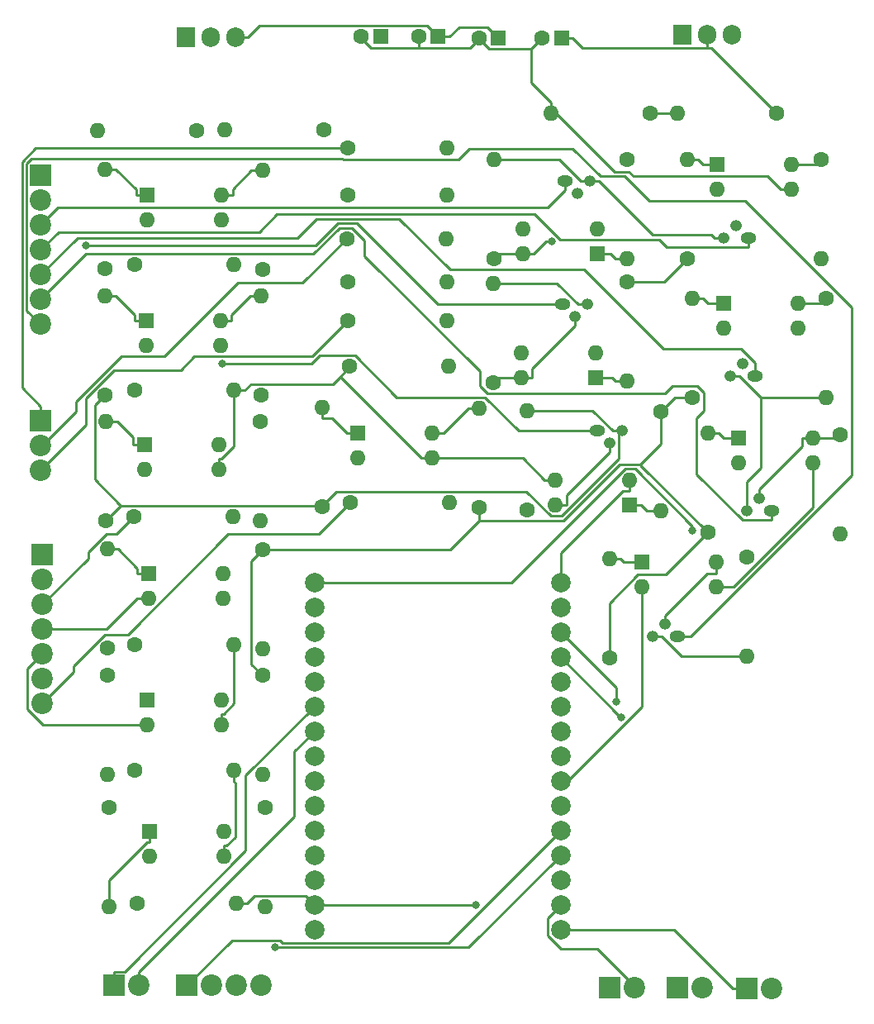
<source format=gbl>
G04 #@! TF.GenerationSoftware,KiCad,Pcbnew,7.0.5*
G04 #@! TF.CreationDate,2023-07-13T15:49:32+01:00*
G04 #@! TF.ProjectId,PCB,5043422e-6b69-4636-9164-5f7063625858,rev?*
G04 #@! TF.SameCoordinates,Original*
G04 #@! TF.FileFunction,Copper,L2,Bot*
G04 #@! TF.FilePolarity,Positive*
%FSLAX46Y46*%
G04 Gerber Fmt 4.6, Leading zero omitted, Abs format (unit mm)*
G04 Created by KiCad (PCBNEW 7.0.5) date 2023-07-13 15:49:32*
%MOMM*%
%LPD*%
G01*
G04 APERTURE LIST*
G04 #@! TA.AperFunction,ComponentPad*
%ADD10C,2.000000*%
G04 #@! TD*
G04 #@! TA.AperFunction,ComponentPad*
%ADD11C,1.600000*%
G04 #@! TD*
G04 #@! TA.AperFunction,ComponentPad*
%ADD12O,1.600000X1.600000*%
G04 #@! TD*
G04 #@! TA.AperFunction,ComponentPad*
%ADD13R,1.600000X1.600000*%
G04 #@! TD*
G04 #@! TA.AperFunction,ComponentPad*
%ADD14O,1.600000X1.200000*%
G04 #@! TD*
G04 #@! TA.AperFunction,ComponentPad*
%ADD15O,1.200000X1.200000*%
G04 #@! TD*
G04 #@! TA.AperFunction,ComponentPad*
%ADD16R,1.905000X2.000000*%
G04 #@! TD*
G04 #@! TA.AperFunction,ComponentPad*
%ADD17O,1.905000X2.000000*%
G04 #@! TD*
G04 #@! TA.AperFunction,ComponentPad*
%ADD18R,2.200000X2.200000*%
G04 #@! TD*
G04 #@! TA.AperFunction,ComponentPad*
%ADD19C,2.200000*%
G04 #@! TD*
G04 #@! TA.AperFunction,ViaPad*
%ADD20C,0.800000*%
G04 #@! TD*
G04 #@! TA.AperFunction,Conductor*
%ADD21C,0.250000*%
G04 #@! TD*
G04 APERTURE END LIST*
D10*
G04 #@! TO.P,U9,1,EN*
G04 #@! TO.N,Net-(J5-Pin_2)*
X108452000Y-109560450D03*
G04 #@! TO.P,U9,2,GPIO36*
G04 #@! TO.N,Net-(U9-GPIO36)*
X108452000Y-112100450D03*
G04 #@! TO.P,U9,3,GPIO39*
G04 #@! TO.N,Net-(U9-GPIO39)*
X108452000Y-114640450D03*
G04 #@! TO.P,U9,4,GPIO34*
G04 #@! TO.N,Net-(U9-GPIO34)*
X108452000Y-117180450D03*
G04 #@! TO.P,U9,5,GPIO35*
G04 #@! TO.N,Net-(U9-GPIO35)*
X108452000Y-119720450D03*
G04 #@! TO.P,U9,6,GPIO32*
G04 #@! TO.N,Net-(J1-Pin_1)*
X108452000Y-122260450D03*
G04 #@! TO.P,U9,7,GPIO33*
G04 #@! TO.N,Net-(J1-Pin_2)*
X108452000Y-124800450D03*
G04 #@! TO.P,U9,8,GPIO25*
G04 #@! TO.N,Net-(U9-GPIO25)*
X108452000Y-127340450D03*
G04 #@! TO.P,U9,9,GPIO26*
G04 #@! TO.N,Net-(U9-GPIO26)*
X108452000Y-129880450D03*
G04 #@! TO.P,U9,10,GPIO27*
G04 #@! TO.N,Net-(U9-GPIO27)*
X108452000Y-132420450D03*
G04 #@! TO.P,U9,11,GPIO14*
G04 #@! TO.N,Net-(J6-Pin_4)*
X108452000Y-134960450D03*
G04 #@! TO.P,U9,12,GPIO12*
G04 #@! TO.N,Net-(J6-Pin_3)*
X108452000Y-137500450D03*
G04 #@! TO.P,U9,13,GPIO13*
G04 #@! TO.N,Net-(J6-Pin_2)*
X108452000Y-140040450D03*
G04 #@! TO.P,U9,14,GND*
G04 #@! TO.N,GND*
X108452000Y-142580450D03*
G04 #@! TO.P,U9,15,VIN*
G04 #@! TO.N,Net-(U10-VO)*
X108452000Y-145120450D03*
G04 #@! TO.P,U9,16,GPIO23*
G04 #@! TO.N,Net-(U9-GPIO23)*
X133702000Y-109560450D03*
G04 #@! TO.P,U9,17,GPIO22*
G04 #@! TO.N,Net-(U9-GPIO22)*
X133702000Y-112100450D03*
G04 #@! TO.P,U9,18,GPIO1*
G04 #@! TO.N,Net-(J7-Pin_1)*
X133702000Y-114640450D03*
G04 #@! TO.P,U9,19,GPIO3*
G04 #@! TO.N,Net-(J7-Pin_2)*
X133702000Y-117180450D03*
G04 #@! TO.P,U9,20,GPIO21*
G04 #@! TO.N,Net-(U9-GPIO21)*
X133702000Y-119720450D03*
G04 #@! TO.P,U9,21,GPIO19*
G04 #@! TO.N,Net-(U9-GPIO19)*
X133702000Y-122260450D03*
G04 #@! TO.P,U9,22,GPIO18*
G04 #@! TO.N,Net-(U9-GPIO18)*
X133702000Y-124798950D03*
G04 #@! TO.P,U9,23,GPIO5*
G04 #@! TO.N,Net-(U9-GPIO5)*
X133702000Y-127340450D03*
G04 #@! TO.P,U9,24,GPIO17*
G04 #@! TO.N,Net-(U9-GPIO17)*
X133702000Y-129880450D03*
G04 #@! TO.P,U9,25,GPIO16*
G04 #@! TO.N,Net-(U9-GPIO16)*
X133702000Y-132420450D03*
G04 #@! TO.P,U9,26,GPIO4*
G04 #@! TO.N,Net-(J6-Pin_1)*
X133702000Y-134960450D03*
G04 #@! TO.P,U9,27,GPIO2*
G04 #@! TO.N,Net-(U9-GPIO2)*
X133702000Y-137500450D03*
G04 #@! TO.P,U9,28,GPIO15*
G04 #@! TO.N,Net-(U9-GPIO15)*
X133702000Y-140040450D03*
G04 #@! TO.P,U9,29,GND*
G04 #@! TO.N,GND*
X133702000Y-142580450D03*
G04 #@! TO.P,U9,30,3.3V*
G04 #@! TO.N,Net-(J5-Pin_1)*
X133702000Y-145120450D03*
G04 #@! TD*
D11*
G04 #@! TO.P,R26,1*
G04 #@! TO.N,GND*
X112014000Y-87425450D03*
D12*
G04 #@! TO.P,R26,2*
G04 #@! TO.N,Net-(U9-GPIO34)*
X122174000Y-87425450D03*
G04 #@! TD*
D13*
G04 #@! TO.P,U13,1*
G04 #@! TO.N,Net-(R34-Pad2)*
X137449600Y-75853050D03*
D12*
G04 #@! TO.P,U13,2*
G04 #@! TO.N,Net-(U9-GPIO21)*
X137449600Y-73313050D03*
G04 #@! TO.P,U13,3*
G04 #@! TO.N,GND*
X129829600Y-73313050D03*
G04 #@! TO.P,U13,4*
G04 #@! TO.N,Net-(Q3-B)*
X129829600Y-75853050D03*
G04 #@! TD*
D11*
G04 #@! TO.P,R27,1*
G04 #@! TO.N,GND*
X111887000Y-69899450D03*
D12*
G04 #@! TO.P,R27,2*
G04 #@! TO.N,Net-(U9-GPIO36)*
X122047000Y-69899450D03*
G04 #@! TD*
D14*
G04 #@! TO.P,Q4,1,E*
G04 #@! TO.N,Net-(J8-Pin_4)*
X152977300Y-74286750D03*
D15*
G04 #@! TO.P,Q4,2,B*
G04 #@! TO.N,Net-(Q4-B)*
X151707300Y-73016750D03*
G04 #@! TO.P,Q4,3,C*
G04 #@! TO.N,+24V*
X150437300Y-74286750D03*
G04 #@! TD*
D16*
G04 #@! TO.P,U1,1,ADJ*
G04 #@! TO.N,Net-(U1-ADJ)*
X95252100Y-53658450D03*
D17*
G04 #@! TO.P,U1,2,VO*
G04 #@! TO.N,Net-(U1-VO)*
X97792100Y-53658450D03*
G04 #@! TO.P,U1,3,VI*
G04 #@! TO.N,+24V*
X100332100Y-53658450D03*
G04 #@! TD*
D11*
G04 #@! TO.P,R1,1*
G04 #@! TO.N,+24V*
X86995000Y-77392450D03*
D12*
G04 #@! TO.P,R1,2*
G04 #@! TO.N,Net-(R1-Pad2)*
X86995000Y-67232450D03*
G04 #@! TD*
D13*
G04 #@! TO.P,U11,1*
G04 #@! TO.N,Net-(R32-Pad2)*
X140785300Y-101591750D03*
D12*
G04 #@! TO.P,U11,2*
G04 #@! TO.N,Net-(U9-GPIO23)*
X140785300Y-99051750D03*
G04 #@! TO.P,U11,3*
G04 #@! TO.N,GND*
X133165300Y-99051750D03*
G04 #@! TO.P,U11,4*
G04 #@! TO.N,Net-(Q1-B)*
X133165300Y-101591750D03*
G04 #@! TD*
D11*
G04 #@! TO.P,R30,1*
G04 #@! TO.N,Net-(U10-ADJ)*
X142875000Y-61517450D03*
D12*
G04 #@! TO.P,R30,2*
G04 #@! TO.N,GND*
X132715000Y-61517450D03*
G04 #@! TD*
D13*
G04 #@! TO.P,U6,1*
G04 #@! TO.N,Net-(R9-Pad2)*
X91323000Y-121583450D03*
D12*
G04 #@! TO.P,U6,2*
G04 #@! TO.N,Net-(J3-Pin_5)*
X91323000Y-124123450D03*
G04 #@! TO.P,U6,3*
G04 #@! TO.N,GND*
X98943000Y-124123450D03*
G04 #@! TO.P,U6,4*
G04 #@! TO.N,Net-(U9-GPIO15)*
X98943000Y-121583450D03*
G04 #@! TD*
D14*
G04 #@! TO.P,Q6,1,E*
G04 #@! TO.N,Net-(J8-Pin_6)*
X155321000Y-102226750D03*
D15*
G04 #@! TO.P,Q6,2,B*
G04 #@! TO.N,Net-(Q6-B)*
X154051000Y-100956750D03*
G04 #@! TO.P,Q6,3,C*
G04 #@! TO.N,+24V*
X152781000Y-102226750D03*
G04 #@! TD*
D11*
G04 #@! TO.P,R21,1*
G04 #@! TO.N,+24V*
X109220000Y-101776450D03*
D12*
G04 #@! TO.P,R21,2*
G04 #@! TO.N,Net-(R21-Pad2)*
X109220000Y-91616450D03*
G04 #@! TD*
D14*
G04 #@! TO.P,Q3,1,E*
G04 #@! TO.N,Net-(J8-Pin_3)*
X134181300Y-68444750D03*
D15*
G04 #@! TO.P,Q3,2,B*
G04 #@! TO.N,Net-(Q3-B)*
X135451300Y-69714750D03*
G04 #@! TO.P,Q3,3,C*
G04 #@! TO.N,+24V*
X136721300Y-68444750D03*
G04 #@! TD*
D14*
G04 #@! TO.P,Q2,1,E*
G04 #@! TO.N,Net-(J8-Pin_2)*
X133858000Y-81075450D03*
D15*
G04 #@! TO.P,Q2,2,B*
G04 #@! TO.N,Net-(Q2-B)*
X135128000Y-82345450D03*
G04 #@! TO.P,Q2,3,C*
G04 #@! TO.N,+24V*
X136398000Y-81075450D03*
G04 #@! TD*
D14*
G04 #@! TO.P,Q5,1,E*
G04 #@! TO.N,Net-(J8-Pin_5)*
X153612300Y-88383750D03*
D15*
G04 #@! TO.P,Q5,2,B*
G04 #@! TO.N,Net-(Q5-B)*
X152342300Y-87113750D03*
G04 #@! TO.P,Q5,3,C*
G04 #@! TO.N,+24V*
X151072300Y-88383750D03*
G04 #@! TD*
D11*
G04 #@! TO.P,R23,1*
G04 #@! TO.N,Net-(J2-Pin_1)*
X111887000Y-65073450D03*
D12*
G04 #@! TO.P,R23,2*
G04 #@! TO.N,Net-(U9-GPIO36)*
X122047000Y-65073450D03*
G04 #@! TD*
D11*
G04 #@! TO.P,R10,1*
G04 #@! TO.N,Net-(J3-Pin_4)*
X90050000Y-115909450D03*
D12*
G04 #@! TO.P,R10,2*
G04 #@! TO.N,GND*
X100210000Y-115909450D03*
G04 #@! TD*
D11*
G04 #@! TO.P,R6,1*
G04 #@! TO.N,+24V*
X87210000Y-116289450D03*
D12*
G04 #@! TO.P,R6,2*
G04 #@! TO.N,Net-(R6-Pad2)*
X87210000Y-106129450D03*
G04 #@! TD*
D11*
G04 #@! TO.P,R35,1*
G04 #@! TO.N,Net-(U1-VO)*
X146685000Y-76376450D03*
D12*
G04 #@! TO.P,R35,2*
G04 #@! TO.N,Net-(R35-Pad2)*
X146685000Y-66216450D03*
G04 #@! TD*
D13*
G04 #@! TO.P,U5,1*
G04 #@! TO.N,Net-(R6-Pad2)*
X91450000Y-108629450D03*
D12*
G04 #@! TO.P,U5,2*
G04 #@! TO.N,Net-(J3-Pin_4)*
X91450000Y-111169450D03*
G04 #@! TO.P,U5,3*
G04 #@! TO.N,GND*
X99070000Y-111169450D03*
G04 #@! TO.P,U5,4*
G04 #@! TO.N,Net-(U9-GPIO27)*
X99070000Y-108629450D03*
G04 #@! TD*
D13*
G04 #@! TO.P,C4,1*
G04 #@! TO.N,Net-(U10-VO)*
X133797100Y-53770450D03*
D11*
G04 #@! TO.P,C4,2*
G04 #@! TO.N,GND*
X131797100Y-53770450D03*
G04 #@! TD*
D13*
G04 #@! TO.P,U4,1*
G04 #@! TO.N,Net-(R5-Pad2)*
X91030000Y-95464450D03*
D12*
G04 #@! TO.P,U4,2*
G04 #@! TO.N,Net-(J3-Pin_3)*
X91030000Y-98004450D03*
G04 #@! TO.P,U4,3*
G04 #@! TO.N,GND*
X98650000Y-98004450D03*
G04 #@! TO.P,U4,4*
G04 #@! TO.N,Net-(U9-GPIO26)*
X98650000Y-95464450D03*
G04 #@! TD*
D11*
G04 #@! TO.P,R45,1*
G04 #@! TO.N,Net-(Q7-B)*
X152781000Y-106983450D03*
D12*
G04 #@! TO.P,R45,2*
G04 #@! TO.N,+24V*
X152781000Y-117143450D03*
G04 #@! TD*
D11*
G04 #@! TO.P,R34,1*
G04 #@! TO.N,Net-(U1-VO)*
X140473600Y-66228050D03*
D12*
G04 #@! TO.P,R34,2*
G04 #@! TO.N,Net-(R34-Pad2)*
X140473600Y-76388050D03*
G04 #@! TD*
D13*
G04 #@! TO.P,U15,1*
G04 #@! TO.N,Net-(R36-Pad2)*
X150378000Y-80943450D03*
D12*
G04 #@! TO.P,U15,2*
G04 #@! TO.N,Net-(U9-GPIO18)*
X150378000Y-83483450D03*
G04 #@! TO.P,U15,3*
G04 #@! TO.N,GND*
X157998000Y-83483450D03*
G04 #@! TO.P,U15,4*
G04 #@! TO.N,Net-(Q5-B)*
X157998000Y-80943450D03*
G04 #@! TD*
D18*
G04 #@! TO.P,J5,1,Pin_1*
G04 #@! TO.N,Net-(J5-Pin_1)*
X152781000Y-151179450D03*
D19*
G04 #@! TO.P,J5,2,Pin_2*
G04 #@! TO.N,Net-(J5-Pin_2)*
X155321000Y-151179450D03*
G04 #@! TD*
D13*
G04 #@! TO.P,U7,1*
G04 #@! TO.N,Net-(R13-Pad2)*
X91567000Y-135050450D03*
D12*
G04 #@! TO.P,U7,2*
G04 #@! TO.N,Net-(J3-Pin_6)*
X91567000Y-137590450D03*
G04 #@! TO.P,U7,3*
G04 #@! TO.N,GND*
X99187000Y-137590450D03*
G04 #@! TO.P,U7,4*
G04 #@! TO.N,Net-(U9-GPIO2)*
X99187000Y-135050450D03*
G04 #@! TD*
D11*
G04 #@! TO.P,R25,1*
G04 #@! TO.N,Net-(J3-Pin_7)*
X112141000Y-101395450D03*
D12*
G04 #@! TO.P,R25,2*
G04 #@! TO.N,GND*
X122301000Y-101395450D03*
G04 #@! TD*
D11*
G04 #@! TO.P,R19,1*
G04 #@! TO.N,Net-(U1-VO)*
X103124000Y-119048450D03*
D12*
G04 #@! TO.P,R19,2*
G04 #@! TO.N,Net-(U9-GPIO15)*
X103124000Y-129208450D03*
G04 #@! TD*
D11*
G04 #@! TO.P,R9,1*
G04 #@! TO.N,+24V*
X87249000Y-119048450D03*
D12*
G04 #@! TO.P,R9,2*
G04 #@! TO.N,Net-(R9-Pad2)*
X87249000Y-129208450D03*
G04 #@! TD*
D11*
G04 #@! TO.P,R12,1*
G04 #@! TO.N,Net-(U1-VO)*
X109445100Y-63168450D03*
D12*
G04 #@! TO.P,R12,2*
G04 #@! TO.N,Net-(U1-ADJ)*
X99285100Y-63168450D03*
G04 #@! TD*
D11*
G04 #@! TO.P,R33,1*
G04 #@! TO.N,Net-(U1-VO)*
X140462000Y-78789450D03*
D12*
G04 #@! TO.P,R33,2*
G04 #@! TO.N,Net-(R33-Pad2)*
X140462000Y-88949450D03*
G04 #@! TD*
D11*
G04 #@! TO.P,R31,1*
G04 #@! TO.N,Net-(U10-VO)*
X155829000Y-61517450D03*
D12*
G04 #@! TO.P,R31,2*
G04 #@! TO.N,Net-(U10-ADJ)*
X145669000Y-61517450D03*
G04 #@! TD*
D13*
G04 #@! TO.P,U12,1*
G04 #@! TO.N,Net-(R33-Pad2)*
X137277000Y-88573450D03*
D12*
G04 #@! TO.P,U12,2*
G04 #@! TO.N,Net-(U9-GPIO22)*
X137277000Y-86033450D03*
G04 #@! TO.P,U12,3*
G04 #@! TO.N,GND*
X129657000Y-86033450D03*
G04 #@! TO.P,U12,4*
G04 #@! TO.N,Net-(Q2-B)*
X129657000Y-88573450D03*
G04 #@! TD*
D11*
G04 #@! TO.P,R8,1*
G04 #@! TO.N,Net-(J3-Pin_3)*
X89940000Y-102814450D03*
D12*
G04 #@! TO.P,R8,2*
G04 #@! TO.N,GND*
X100100000Y-102814450D03*
G04 #@! TD*
D14*
G04 #@! TO.P,Q1,1,E*
G04 #@! TO.N,Net-(J8-Pin_1)*
X137414000Y-94029450D03*
D15*
G04 #@! TO.P,Q1,2,B*
G04 #@! TO.N,Net-(Q1-B)*
X138684000Y-95299450D03*
G04 #@! TO.P,Q1,3,C*
G04 #@! TO.N,+24V*
X139954000Y-94029450D03*
G04 #@! TD*
D11*
G04 #@! TO.P,R11,1*
G04 #@! TO.N,Net-(J3-Pin_5)*
X90043000Y-128827450D03*
D12*
G04 #@! TO.P,R11,2*
G04 #@! TO.N,GND*
X100203000Y-128827450D03*
G04 #@! TD*
D11*
G04 #@! TO.P,R5,1*
G04 #@! TO.N,+24V*
X87110000Y-103184450D03*
D12*
G04 #@! TO.P,R5,2*
G04 #@! TO.N,Net-(R5-Pad2)*
X87110000Y-93024450D03*
G04 #@! TD*
D11*
G04 #@! TO.P,R14,1*
G04 #@! TO.N,Net-(U1-VO)*
X103124000Y-77519450D03*
D12*
G04 #@! TO.P,R14,2*
G04 #@! TO.N,Net-(U9-GPIO35)*
X103124000Y-67359450D03*
G04 #@! TD*
D11*
G04 #@! TO.P,R41,1*
G04 #@! TO.N,Net-(U1-VO)*
X138684000Y-117270450D03*
D12*
G04 #@! TO.P,R41,2*
G04 #@! TO.N,Net-(R41-Pad2)*
X138684000Y-107110450D03*
G04 #@! TD*
D11*
G04 #@! TO.P,R17,1*
G04 #@! TO.N,Net-(U1-VO)*
X102940000Y-93094450D03*
D12*
G04 #@! TO.P,R17,2*
G04 #@! TO.N,Net-(U9-GPIO26)*
X102940000Y-103254450D03*
G04 #@! TD*
D11*
G04 #@! TO.P,R32,1*
G04 #@! TO.N,Net-(U1-VO)*
X143960300Y-92066750D03*
D12*
G04 #@! TO.P,R32,2*
G04 #@! TO.N,Net-(R32-Pad2)*
X143960300Y-102226750D03*
G04 #@! TD*
D11*
G04 #@! TO.P,R24,1*
G04 #@! TO.N,Net-(J2-Pin_2)*
X111760000Y-74344450D03*
D12*
G04 #@! TO.P,R24,2*
G04 #@! TO.N,Net-(U9-GPIO39)*
X121920000Y-74344450D03*
G04 #@! TD*
D13*
G04 #@! TO.P,C2,1*
G04 #@! TO.N,Net-(U1-VO)*
X115255100Y-53643450D03*
D11*
G04 #@! TO.P,C2,2*
G04 #@! TO.N,GND*
X113255100Y-53643450D03*
G04 #@! TD*
G04 #@! TO.P,R13,1*
G04 #@! TO.N,+24V*
X87376000Y-132637450D03*
D12*
G04 #@! TO.P,R13,2*
G04 #@! TO.N,Net-(R13-Pad2)*
X87376000Y-142797450D03*
G04 #@! TD*
D13*
G04 #@! TO.P,U17,1*
G04 #@! TO.N,Net-(R41-Pad2)*
X141996000Y-107486450D03*
D12*
G04 #@! TO.P,U17,2*
G04 #@! TO.N,Net-(U9-GPIO17)*
X141996000Y-110026450D03*
G04 #@! TO.P,U17,3*
G04 #@! TO.N,GND*
X149616000Y-110026450D03*
G04 #@! TO.P,U17,4*
G04 #@! TO.N,Net-(Q7-B)*
X149616000Y-107486450D03*
G04 #@! TD*
D11*
G04 #@! TO.P,R44,1*
G04 #@! TO.N,Net-(Q6-B)*
X162363700Y-94410450D03*
D12*
G04 #@! TO.P,R44,2*
G04 #@! TO.N,+24V*
X162363700Y-104570450D03*
G04 #@! TD*
D11*
G04 #@! TO.P,R42,1*
G04 #@! TO.N,Net-(Q4-B)*
X160401000Y-66216450D03*
D12*
G04 #@! TO.P,R42,2*
G04 #@! TO.N,+24V*
X160401000Y-76376450D03*
G04 #@! TD*
D11*
G04 #@! TO.P,R29,1*
G04 #@! TO.N,Net-(U1-VO)*
X125349000Y-101903450D03*
D12*
G04 #@! TO.P,R29,2*
G04 #@! TO.N,Net-(U9-GPIO16)*
X125349000Y-91743450D03*
G04 #@! TD*
D11*
G04 #@! TO.P,R18,1*
G04 #@! TO.N,Net-(U1-VO)*
X103180000Y-106179450D03*
D12*
G04 #@! TO.P,R18,2*
G04 #@! TO.N,Net-(U9-GPIO27)*
X103180000Y-116339450D03*
G04 #@! TD*
D18*
G04 #@! TO.P,J3,1,Pin_1*
G04 #@! TO.N,Net-(J3-Pin_1)*
X80518000Y-106729450D03*
D19*
G04 #@! TO.P,J3,2,Pin_2*
G04 #@! TO.N,Net-(J3-Pin_2)*
X80518000Y-109269450D03*
G04 #@! TO.P,J3,3,Pin_3*
G04 #@! TO.N,Net-(J3-Pin_3)*
X80518000Y-111809450D03*
G04 #@! TO.P,J3,4,Pin_4*
G04 #@! TO.N,Net-(J3-Pin_4)*
X80518000Y-114349450D03*
G04 #@! TO.P,J3,5,Pin_5*
G04 #@! TO.N,Net-(J3-Pin_5)*
X80518000Y-116889450D03*
G04 #@! TO.P,J3,6,Pin_6*
G04 #@! TO.N,Net-(J3-Pin_6)*
X80518000Y-119429450D03*
G04 #@! TO.P,J3,7,Pin_7*
G04 #@! TO.N,Net-(J3-Pin_7)*
X80518000Y-121969450D03*
G04 #@! TD*
D18*
G04 #@! TO.P,J7,1,Pin_1*
G04 #@! TO.N,Net-(J7-Pin_1)*
X145669000Y-151052450D03*
D19*
G04 #@! TO.P,J7,2,Pin_2*
G04 #@! TO.N,Net-(J7-Pin_2)*
X148209000Y-151052450D03*
G04 #@! TD*
D11*
G04 #@! TO.P,R28,1*
G04 #@! TO.N,GND*
X111887000Y-78789450D03*
D12*
G04 #@! TO.P,R28,2*
G04 #@! TO.N,Net-(U9-GPIO39)*
X122047000Y-78789450D03*
G04 #@! TD*
D13*
G04 #@! TO.P,U3,1*
G04 #@! TO.N,Net-(R4-Pad2)*
X91196000Y-82721450D03*
D12*
G04 #@! TO.P,U3,2*
G04 #@! TO.N,Net-(J3-Pin_2)*
X91196000Y-85261450D03*
G04 #@! TO.P,U3,3*
G04 #@! TO.N,GND*
X98816000Y-85261450D03*
G04 #@! TO.P,U3,4*
G04 #@! TO.N,Net-(U9-GPIO25)*
X98816000Y-82721450D03*
G04 #@! TD*
D13*
G04 #@! TO.P,U16,1*
G04 #@! TO.N,Net-(R37-Pad2)*
X151959700Y-94786450D03*
D12*
G04 #@! TO.P,U16,2*
G04 #@! TO.N,Net-(U9-GPIO5)*
X151959700Y-97326450D03*
G04 #@! TO.P,U16,3*
G04 #@! TO.N,GND*
X159579700Y-97326450D03*
G04 #@! TO.P,U16,4*
G04 #@! TO.N,Net-(Q6-B)*
X159579700Y-94786450D03*
G04 #@! TD*
D11*
G04 #@! TO.P,R2,1*
G04 #@! TO.N,Net-(U1-ADJ)*
X96364100Y-63295450D03*
D12*
G04 #@! TO.P,R2,2*
G04 #@! TO.N,GND*
X86204100Y-63295450D03*
G04 #@! TD*
D11*
G04 #@! TO.P,R3,1*
G04 #@! TO.N,Net-(J3-Pin_1)*
X90043000Y-77011450D03*
D12*
G04 #@! TO.P,R3,2*
G04 #@! TO.N,GND*
X100203000Y-77011450D03*
G04 #@! TD*
D11*
G04 #@! TO.P,R16,1*
G04 #@! TO.N,Net-(U1-VO)*
X102997000Y-90346450D03*
D12*
G04 #@! TO.P,R16,2*
G04 #@! TO.N,Net-(U9-GPIO25)*
X102997000Y-80186450D03*
G04 #@! TD*
D11*
G04 #@! TO.P,R37,1*
G04 #@! TO.N,Net-(U1-VO)*
X148774700Y-104443450D03*
D12*
G04 #@! TO.P,R37,2*
G04 #@! TO.N,Net-(R37-Pad2)*
X148774700Y-94283450D03*
G04 #@! TD*
D11*
G04 #@! TO.P,R20,1*
G04 #@! TO.N,Net-(U1-VO)*
X103378000Y-132637450D03*
D12*
G04 #@! TO.P,R20,2*
G04 #@! TO.N,Net-(U9-GPIO2)*
X103378000Y-142797450D03*
G04 #@! TD*
D14*
G04 #@! TO.P,Q7,1,E*
G04 #@! TO.N,Net-(J8-Pin_7)*
X145669000Y-115111450D03*
D15*
G04 #@! TO.P,Q7,2,B*
G04 #@! TO.N,Net-(Q7-B)*
X144399000Y-113841450D03*
G04 #@! TO.P,Q7,3,C*
G04 #@! TO.N,+24V*
X143129000Y-115111450D03*
G04 #@! TD*
D11*
G04 #@! TO.P,R7,1*
G04 #@! TO.N,Net-(J3-Pin_2)*
X90043000Y-89838450D03*
D12*
G04 #@! TO.P,R7,2*
G04 #@! TO.N,GND*
X100203000Y-89838450D03*
G04 #@! TD*
D18*
G04 #@! TO.P,J6,1,Pin_1*
G04 #@! TO.N,Net-(J6-Pin_1)*
X95377000Y-150798450D03*
D19*
G04 #@! TO.P,J6,2,Pin_2*
G04 #@! TO.N,Net-(J6-Pin_2)*
X97917000Y-150798450D03*
G04 #@! TO.P,J6,3,Pin_3*
G04 #@! TO.N,Net-(J6-Pin_3)*
X100457000Y-150798450D03*
G04 #@! TO.P,J6,4,Pin_4*
G04 #@! TO.N,Net-(J6-Pin_4)*
X102997000Y-150798450D03*
G04 #@! TD*
D11*
G04 #@! TO.P,R43,1*
G04 #@! TO.N,Net-(Q5-B)*
X160909000Y-80440450D03*
D12*
G04 #@! TO.P,R43,2*
G04 #@! TO.N,+24V*
X160909000Y-90600450D03*
G04 #@! TD*
D11*
G04 #@! TO.P,R38,1*
G04 #@! TO.N,Net-(Q1-B)*
X130244300Y-102099750D03*
D12*
G04 #@! TO.P,R38,2*
G04 #@! TO.N,+24V*
X130244300Y-91939750D03*
G04 #@! TD*
D11*
G04 #@! TO.P,R40,1*
G04 #@! TO.N,Net-(Q3-B)*
X126884600Y-76388050D03*
D12*
G04 #@! TO.P,R40,2*
G04 #@! TO.N,+24V*
X126884600Y-66228050D03*
G04 #@! TD*
D13*
G04 #@! TO.P,U2,1*
G04 #@! TO.N,Net-(R1-Pad2)*
X91323000Y-69894450D03*
D12*
G04 #@! TO.P,U2,2*
G04 #@! TO.N,Net-(J3-Pin_1)*
X91323000Y-72434450D03*
G04 #@! TO.P,U2,3*
G04 #@! TO.N,GND*
X98943000Y-72434450D03*
G04 #@! TO.P,U2,4*
G04 #@! TO.N,Net-(U9-GPIO35)*
X98943000Y-69894450D03*
G04 #@! TD*
D11*
G04 #@! TO.P,R22,1*
G04 #@! TO.N,Net-(J2-Pin_3)*
X111887000Y-82726450D03*
D12*
G04 #@! TO.P,R22,2*
G04 #@! TO.N,Net-(U9-GPIO34)*
X122047000Y-82726450D03*
G04 #@! TD*
D18*
G04 #@! TO.P,J8,1,Pin_1*
G04 #@! TO.N,Net-(J8-Pin_1)*
X80391000Y-67867450D03*
D19*
G04 #@! TO.P,J8,2,Pin_2*
G04 #@! TO.N,Net-(J8-Pin_2)*
X80391000Y-70407450D03*
G04 #@! TO.P,J8,3,Pin_3*
G04 #@! TO.N,Net-(J8-Pin_3)*
X80391000Y-72947450D03*
G04 #@! TO.P,J8,4,Pin_4*
G04 #@! TO.N,Net-(J8-Pin_4)*
X80391000Y-75487450D03*
G04 #@! TO.P,J8,5,Pin_5*
G04 #@! TO.N,Net-(J8-Pin_5)*
X80391000Y-78027450D03*
G04 #@! TO.P,J8,6,Pin_6*
G04 #@! TO.N,Net-(J8-Pin_6)*
X80391000Y-80567450D03*
G04 #@! TO.P,J8,7,Pin_7*
G04 #@! TO.N,Net-(J8-Pin_7)*
X80391000Y-83107450D03*
G04 #@! TD*
D11*
G04 #@! TO.P,R39,1*
G04 #@! TO.N,Net-(Q2-B)*
X126746000Y-89076450D03*
D12*
G04 #@! TO.P,R39,2*
G04 #@! TO.N,+24V*
X126746000Y-78916450D03*
G04 #@! TD*
D13*
G04 #@! TO.P,C3,1*
G04 #@! TO.N,+24V*
X127320100Y-53770450D03*
D11*
G04 #@! TO.P,C3,2*
G04 #@! TO.N,GND*
X125320100Y-53770450D03*
G04 #@! TD*
D13*
G04 #@! TO.P,U8,1*
G04 #@! TO.N,Net-(R21-Pad2)*
X112913000Y-94278450D03*
D12*
G04 #@! TO.P,U8,2*
G04 #@! TO.N,Net-(J3-Pin_7)*
X112913000Y-96818450D03*
G04 #@! TO.P,U8,3*
G04 #@! TO.N,GND*
X120533000Y-96818450D03*
G04 #@! TO.P,U8,4*
G04 #@! TO.N,Net-(U9-GPIO16)*
X120533000Y-94278450D03*
G04 #@! TD*
D13*
G04 #@! TO.P,C1,1*
G04 #@! TO.N,+24V*
X121126000Y-53643450D03*
D11*
G04 #@! TO.P,C1,2*
G04 #@! TO.N,GND*
X119126000Y-53643450D03*
G04 #@! TD*
D18*
G04 #@! TO.P,J2,1,Pin_1*
G04 #@! TO.N,Net-(J2-Pin_1)*
X80418000Y-92929450D03*
D19*
G04 #@! TO.P,J2,2,Pin_2*
G04 #@! TO.N,Net-(J2-Pin_2)*
X80418000Y-95469450D03*
G04 #@! TO.P,J2,3,Pin_3*
G04 #@! TO.N,Net-(J2-Pin_3)*
X80418000Y-98009450D03*
G04 #@! TD*
D11*
G04 #@! TO.P,R36,1*
G04 #@! TO.N,Net-(U1-VO)*
X147193000Y-90600450D03*
D12*
G04 #@! TO.P,R36,2*
G04 #@! TO.N,Net-(R36-Pad2)*
X147193000Y-80440450D03*
G04 #@! TD*
D18*
G04 #@! TO.P,J1,1,Pin_1*
G04 #@! TO.N,Net-(J1-Pin_1)*
X87927000Y-150828450D03*
D19*
G04 #@! TO.P,J1,2,Pin_2*
G04 #@! TO.N,Net-(J1-Pin_2)*
X90467000Y-150828450D03*
G04 #@! TD*
D13*
G04 #@! TO.P,U14,1*
G04 #@! TO.N,Net-(R35-Pad2)*
X149743000Y-66719450D03*
D12*
G04 #@! TO.P,U14,2*
G04 #@! TO.N,Net-(U9-GPIO19)*
X149743000Y-69259450D03*
G04 #@! TO.P,U14,3*
G04 #@! TO.N,GND*
X157363000Y-69259450D03*
G04 #@! TO.P,U14,4*
G04 #@! TO.N,Net-(Q4-B)*
X157363000Y-66719450D03*
G04 #@! TD*
D11*
G04 #@! TO.P,R4,1*
G04 #@! TO.N,+24V*
X86995000Y-90346450D03*
D12*
G04 #@! TO.P,R4,2*
G04 #@! TO.N,Net-(R4-Pad2)*
X86995000Y-80186450D03*
G04 #@! TD*
D18*
G04 #@! TO.P,J4,1,Pin_1*
G04 #@! TO.N,+24V*
X138684000Y-151052450D03*
D19*
G04 #@! TO.P,J4,2,Pin_2*
G04 #@! TO.N,GND*
X141224000Y-151052450D03*
G04 #@! TD*
D11*
G04 #@! TO.P,R15,1*
G04 #@! TO.N,Net-(J3-Pin_6)*
X90297000Y-142416450D03*
D12*
G04 #@! TO.P,R15,2*
G04 #@! TO.N,GND*
X100457000Y-142416450D03*
G04 #@! TD*
D16*
G04 #@! TO.P,U10,1,ADJ*
G04 #@! TO.N,Net-(U10-ADJ)*
X146177000Y-53445450D03*
D17*
G04 #@! TO.P,U10,2,VO*
G04 #@! TO.N,Net-(U10-VO)*
X148717000Y-53445450D03*
G04 #@! TO.P,U10,3,VI*
G04 #@! TO.N,+24V*
X151257000Y-53445450D03*
G04 #@! TD*
D20*
G04 #@! TO.N,Net-(U9-GPIO2)*
X104457000Y-146943750D03*
G04 #@! TO.N,Net-(Q3-B)*
X132771900Y-74604150D03*
G04 #@! TO.N,GND*
X125023000Y-142580450D03*
G04 #@! TO.N,Net-(J8-Pin_2)*
X85007300Y-75023750D03*
G04 #@! TO.N,Net-(J8-Pin_1)*
X99015900Y-87132050D03*
G04 #@! TO.N,Net-(J7-Pin_2)*
X139862100Y-123334250D03*
G04 #@! TO.N,Net-(J7-Pin_1)*
X139366000Y-121795250D03*
G04 #@! TO.N,Net-(J5-Pin_2)*
X147222100Y-104255450D03*
G04 #@! TD*
D21*
G04 #@! TO.N,Net-(R13-Pad2)*
X87376000Y-140086650D02*
X87376000Y-142797450D01*
X91285300Y-136177350D02*
X87376000Y-140086650D01*
X91567000Y-136177350D02*
X91285300Y-136177350D01*
X91567000Y-135050450D02*
X91567000Y-136177350D01*
G04 #@! TO.N,Net-(R1-Pad2)*
X90196100Y-69306650D02*
X88121900Y-67232450D01*
X90196100Y-69894450D02*
X90196100Y-69306650D01*
X86995000Y-67232450D02*
X88121900Y-67232450D01*
X91323000Y-69894450D02*
X90196100Y-69894450D01*
G04 #@! TO.N,Net-(U9-GPIO17)*
X134385400Y-129880450D02*
X133702000Y-129880450D01*
X141996000Y-122269850D02*
X134385400Y-129880450D01*
X141996000Y-110026450D02*
X141996000Y-122269850D01*
G04 #@! TO.N,Net-(U9-GPIO23)*
X133702000Y-106557650D02*
X133702000Y-109560450D01*
X140081000Y-100178650D02*
X133702000Y-106557650D01*
X140785300Y-100178650D02*
X140081000Y-100178650D01*
X140785300Y-99051750D02*
X140785300Y-100178650D01*
G04 #@! TO.N,Net-(R37-Pad2)*
X150404600Y-94786450D02*
X149901600Y-94283450D01*
X151959700Y-94786450D02*
X150404600Y-94786450D01*
X148774700Y-94283450D02*
X149901600Y-94283450D01*
G04 #@! TO.N,Net-(R36-Pad2)*
X148822900Y-80943450D02*
X148319900Y-80440450D01*
X150378000Y-80943450D02*
X148822900Y-80943450D01*
X147193000Y-80440450D02*
X148319900Y-80440450D01*
G04 #@! TO.N,Net-(R35-Pad2)*
X148314900Y-66719450D02*
X147811900Y-66216450D01*
X149743000Y-66719450D02*
X148314900Y-66719450D01*
X146685000Y-66216450D02*
X147811900Y-66216450D01*
G04 #@! TO.N,Net-(R34-Pad2)*
X138811700Y-75853050D02*
X139346700Y-76388050D01*
X137449600Y-75853050D02*
X138811700Y-75853050D01*
X140473600Y-76388050D02*
X139346700Y-76388050D01*
G04 #@! TO.N,Net-(R32-Pad2)*
X142547200Y-102226750D02*
X143960300Y-102226750D01*
X141912200Y-101591750D02*
X142547200Y-102226750D01*
X140785300Y-101591750D02*
X141912200Y-101591750D01*
G04 #@! TO.N,Net-(U10-ADJ)*
X145669000Y-61517450D02*
X142875000Y-61517450D01*
G04 #@! TO.N,Net-(U9-GPIO16)*
X121687100Y-94278450D02*
X124222100Y-91743450D01*
X120533000Y-94278450D02*
X121687100Y-94278450D01*
X125349000Y-91743450D02*
X124222100Y-91743450D01*
G04 #@! TO.N,Net-(R21-Pad2)*
X110251000Y-92743350D02*
X109220000Y-92743350D01*
X111786100Y-94278450D02*
X110251000Y-92743350D01*
X112913000Y-94278450D02*
X111786100Y-94278450D01*
X109220000Y-91616450D02*
X109220000Y-92743350D01*
G04 #@! TO.N,Net-(U9-GPIO25)*
X99942900Y-82113650D02*
X101870100Y-80186450D01*
X99942900Y-82721450D02*
X99942900Y-82113650D01*
X102997000Y-80186450D02*
X101870100Y-80186450D01*
X98816000Y-82721450D02*
X99942900Y-82721450D01*
G04 #@! TO.N,Net-(U9-GPIO2)*
X124258700Y-146943750D02*
X104457000Y-146943750D01*
X133702000Y-137500450D02*
X124258700Y-146943750D01*
G04 #@! TO.N,Net-(U9-GPIO35)*
X100069900Y-69286650D02*
X101997100Y-67359450D01*
X100069900Y-69894450D02*
X100069900Y-69286650D01*
X103124000Y-67359450D02*
X101997100Y-67359450D01*
X98943000Y-69894450D02*
X100069900Y-69894450D01*
G04 #@! TO.N,Net-(R5-Pad2)*
X89903100Y-94690650D02*
X88236900Y-93024450D01*
X89903100Y-95464450D02*
X89903100Y-94690650D01*
X87110000Y-93024450D02*
X88236900Y-93024450D01*
X91030000Y-95464450D02*
X89903100Y-95464450D01*
G04 #@! TO.N,Net-(R4-Pad2)*
X90069100Y-82133650D02*
X88121900Y-80186450D01*
X90069100Y-82721450D02*
X90069100Y-82133650D01*
X86995000Y-80186450D02*
X88121900Y-80186450D01*
X91196000Y-82721450D02*
X90069100Y-82721450D01*
G04 #@! TO.N,Net-(J8-Pin_7)*
X78953200Y-81669650D02*
X80391000Y-83107450D01*
X78953200Y-66633350D02*
X78953200Y-81669650D01*
X79483600Y-66102950D02*
X78953200Y-66633350D01*
X111322900Y-66102950D02*
X79483600Y-66102950D01*
X111420300Y-66200350D02*
X111322900Y-66102950D01*
X123205300Y-66200350D02*
X111420300Y-66200350D01*
X124311800Y-65093850D02*
X123205300Y-66200350D01*
X134934200Y-65093850D02*
X124311800Y-65093850D01*
X137757400Y-67917050D02*
X134934200Y-65093850D01*
X140274500Y-67917050D02*
X137757400Y-67917050D01*
X142813900Y-70456450D02*
X140274500Y-67917050D01*
X152594700Y-70456450D02*
X142813900Y-70456450D01*
X163527000Y-81388750D02*
X152594700Y-70456450D01*
X163527000Y-98588050D02*
X163527000Y-81388750D01*
X147003600Y-115111450D02*
X163527000Y-98588050D01*
X145669000Y-115111450D02*
X147003600Y-115111450D01*
G04 #@! TO.N,Net-(J8-Pin_6)*
X155321000Y-102226750D02*
X155321000Y-103153650D01*
X152324600Y-103153650D02*
X155321000Y-103153650D01*
X147639800Y-98468850D02*
X152324600Y-103153650D01*
X147639800Y-92676450D02*
X147639800Y-98468850D01*
X148345700Y-91970550D02*
X147639800Y-92676450D01*
X148345700Y-90108750D02*
X148345700Y-91970550D01*
X147663400Y-89426450D02*
X148345700Y-90108750D01*
X145161300Y-89426450D02*
X147663400Y-89426450D01*
X144381300Y-90206450D02*
X145161300Y-89426450D01*
X126221400Y-90206450D02*
X144381300Y-90206450D01*
X125399000Y-89384050D02*
X126221400Y-90206450D01*
X125399000Y-87895850D02*
X125399000Y-89384050D01*
X113600200Y-76097050D02*
X125399000Y-87895850D01*
X113600200Y-74534050D02*
X113600200Y-76097050D01*
X112277200Y-73211050D02*
X113600200Y-74534050D01*
X111026800Y-73211050D02*
X112277200Y-73211050D01*
X108353300Y-75884550D02*
X111026800Y-73211050D01*
X85073900Y-75884550D02*
X108353300Y-75884550D01*
X80391000Y-80567450D02*
X85073900Y-75884550D01*
G04 #@! TO.N,Net-(J8-Pin_5)*
X153612300Y-87057050D02*
X153612300Y-88383750D01*
X152185800Y-85630550D02*
X153612300Y-87057050D01*
X144184900Y-85630550D02*
X152185800Y-85630550D01*
X136072700Y-77518350D02*
X144184900Y-85630550D01*
X122367500Y-77518350D02*
X136072700Y-77518350D01*
X117150400Y-72301250D02*
X122367500Y-77518350D01*
X108645900Y-72301250D02*
X117150400Y-72301250D01*
X106680000Y-74267150D02*
X108645900Y-72301250D01*
X84151300Y-74267150D02*
X106680000Y-74267150D01*
X80391000Y-78027450D02*
X84151300Y-74267150D01*
G04 #@! TO.N,Net-(J8-Pin_4)*
X152977300Y-74286750D02*
X152977300Y-75213650D01*
X82232000Y-73646450D02*
X80391000Y-75487450D01*
X102798700Y-73646450D02*
X82232000Y-73646450D01*
X104601800Y-71843350D02*
X102798700Y-73646450D01*
X131046900Y-71843350D02*
X104601800Y-71843350D01*
X133665900Y-74462350D02*
X131046900Y-71843350D01*
X143825200Y-74462350D02*
X133665900Y-74462350D01*
X144576500Y-75213650D02*
X143825200Y-74462350D01*
X152977300Y-75213650D02*
X144576500Y-75213650D01*
G04 #@! TO.N,Net-(J8-Pin_3)*
X132388500Y-71164450D02*
X134181300Y-69371650D01*
X82174000Y-71164450D02*
X132388500Y-71164450D01*
X80391000Y-72947450D02*
X82174000Y-71164450D01*
X134181300Y-68444750D02*
X134181300Y-69371650D01*
G04 #@! TO.N,Net-(J3-Pin_7)*
X108939500Y-104596950D02*
X112141000Y-101395450D01*
X99638600Y-104596950D02*
X108939500Y-104596950D01*
X89334900Y-114900650D02*
X99638600Y-104596950D01*
X87004800Y-114900650D02*
X89334900Y-114900650D01*
X83776200Y-118129250D02*
X87004800Y-114900650D01*
X83776200Y-118711250D02*
X83776200Y-118129250D01*
X80518000Y-121969450D02*
X83776200Y-118711250D01*
G04 #@! TO.N,Net-(J3-Pin_5)*
X80636400Y-124123450D02*
X91323000Y-124123450D01*
X79051900Y-122538950D02*
X80636400Y-124123450D01*
X79051900Y-118355550D02*
X79051900Y-122538950D01*
X80518000Y-116889450D02*
X79051900Y-118355550D01*
G04 #@! TO.N,Net-(J3-Pin_4)*
X87143100Y-114349450D02*
X90323100Y-111169450D01*
X80518000Y-114349450D02*
X87143100Y-114349450D01*
X91450000Y-111169450D02*
X90323100Y-111169450D01*
G04 #@! TO.N,Net-(J3-Pin_3)*
X88147500Y-104606950D02*
X89940000Y-102814450D01*
X87112600Y-104606950D02*
X88147500Y-104606950D01*
X85252800Y-106466750D02*
X87112600Y-104606950D01*
X85252800Y-107074650D02*
X85252800Y-106466750D01*
X80518000Y-111809450D02*
X85252800Y-107074650D01*
G04 #@! TO.N,Net-(J1-Pin_2)*
X106393400Y-126859050D02*
X108452000Y-124800450D01*
X106393400Y-133530750D02*
X106393400Y-126859050D01*
X90467000Y-149457150D02*
X106393400Y-133530750D01*
X90467000Y-150828450D02*
X90467000Y-149457150D01*
G04 #@! TO.N,Net-(J1-Pin_1)*
X87927000Y-150828450D02*
X87927000Y-149401550D01*
X88997200Y-149401550D02*
X87927000Y-149401550D01*
X101402100Y-136996650D02*
X88997200Y-149401550D01*
X101402100Y-129310350D02*
X101402100Y-136996650D01*
X108452000Y-122260450D02*
X101402100Y-129310350D01*
G04 #@! TO.N,Net-(U10-VO)*
X133797100Y-53770450D02*
X134924000Y-53770450D01*
X148717000Y-54781550D02*
X148717000Y-53445450D01*
X135935100Y-54781550D02*
X148717000Y-54781550D01*
X134924000Y-53770450D02*
X135935100Y-54781550D01*
X149093100Y-54781550D02*
X155829000Y-61517450D01*
X148717000Y-54781550D02*
X149093100Y-54781550D01*
G04 #@! TO.N,Net-(Q6-B)*
X161987700Y-94786450D02*
X162363700Y-94410450D01*
X159579700Y-94786450D02*
X161987700Y-94786450D01*
X158452800Y-95628050D02*
X158452800Y-94786450D01*
X154051000Y-100029850D02*
X158452800Y-95628050D01*
X154051000Y-100956750D02*
X154051000Y-100029850D01*
X159579700Y-94786450D02*
X158452800Y-94786450D01*
G04 #@! TO.N,Net-(R33-Pad2)*
X138959100Y-88573450D02*
X139335100Y-88949450D01*
X137277000Y-88573450D02*
X138959100Y-88573450D01*
X140462000Y-88949450D02*
X139335100Y-88949450D01*
G04 #@! TO.N,Net-(Q5-B)*
X160406000Y-80943450D02*
X160909000Y-80440450D01*
X157998000Y-80943450D02*
X160406000Y-80943450D01*
G04 #@! TO.N,Net-(Q4-B)*
X159898000Y-66719450D02*
X160401000Y-66216450D01*
X157363000Y-66719450D02*
X159898000Y-66719450D01*
G04 #@! TO.N,Net-(Q3-B)*
X127419600Y-75853050D02*
X126884600Y-76388050D01*
X129829600Y-75853050D02*
X127419600Y-75853050D01*
X129829600Y-75853050D02*
X130956500Y-75853050D01*
X132205400Y-74604150D02*
X132771900Y-74604150D01*
X130956500Y-75853050D02*
X132205400Y-74604150D01*
G04 #@! TO.N,Net-(Q2-B)*
X127249000Y-88573450D02*
X126746000Y-89076450D01*
X129657000Y-88573450D02*
X127249000Y-88573450D01*
X130783900Y-87616450D02*
X130783900Y-88573450D01*
X135128000Y-83272350D02*
X130783900Y-87616450D01*
X135128000Y-82345450D02*
X135128000Y-83272350D01*
X129657000Y-88573450D02*
X130783900Y-88573450D01*
G04 #@! TO.N,Net-(Q1-B)*
X134292200Y-100618150D02*
X134292200Y-101591750D01*
X138684000Y-96226350D02*
X134292200Y-100618150D01*
X138684000Y-95299450D02*
X138684000Y-96226350D01*
X133165300Y-101591750D02*
X134292200Y-101591750D01*
G04 #@! TO.N,Net-(R6-Pad2)*
X90323100Y-108115650D02*
X88336900Y-106129450D01*
X90323100Y-108629450D02*
X90323100Y-108115650D01*
X87210000Y-106129450D02*
X88336900Y-106129450D01*
X91450000Y-108629450D02*
X90323100Y-108629450D01*
G04 #@! TO.N,Net-(Q7-B)*
X148700200Y-108613350D02*
X149616000Y-108613350D01*
X144399000Y-112914550D02*
X148700200Y-108613350D01*
X149616000Y-107486450D02*
X149616000Y-108613350D01*
X144399000Y-113841450D02*
X144399000Y-112914550D01*
G04 #@! TO.N,Net-(U1-VO)*
X145426600Y-90600450D02*
X143960300Y-92066750D01*
X147193000Y-90600450D02*
X145426600Y-90600450D01*
X102004500Y-107354950D02*
X103180000Y-106179450D01*
X102004500Y-117928950D02*
X102004500Y-107354950D01*
X103124000Y-119048450D02*
X102004500Y-117928950D01*
X144461700Y-108756450D02*
X148774700Y-104443450D01*
X141625800Y-108756450D02*
X144461700Y-108756450D01*
X138684000Y-111698250D02*
X141625800Y-108756450D01*
X138684000Y-117270450D02*
X138684000Y-111698250D01*
X125349000Y-101903450D02*
X125349000Y-103246550D01*
X122416100Y-106179450D02*
X103180000Y-106179450D01*
X125349000Y-103246550D02*
X122416100Y-106179450D01*
X139771900Y-97449050D02*
X141845500Y-97449050D01*
X133974400Y-103246550D02*
X139771900Y-97449050D01*
X125349000Y-103246550D02*
X133974400Y-103246550D01*
X143960300Y-95334250D02*
X141845500Y-97449050D01*
X143960300Y-92066750D02*
X143960300Y-95334250D01*
X141845500Y-97514250D02*
X148774700Y-104443450D01*
X141845500Y-97449050D02*
X141845500Y-97514250D01*
X144272000Y-78789450D02*
X140462000Y-78789450D01*
X146685000Y-76376450D02*
X144272000Y-78789450D01*
G04 #@! TO.N,Net-(R41-Pad2)*
X140186900Y-107486450D02*
X139810900Y-107110450D01*
X141996000Y-107486450D02*
X140186900Y-107486450D01*
X138684000Y-107110450D02*
X139810900Y-107110450D01*
G04 #@! TO.N,GND*
X133165300Y-99051750D02*
X132038400Y-99051750D01*
X98650000Y-98004450D02*
X98650000Y-96877550D01*
X99176500Y-122996550D02*
X98943000Y-122996550D01*
X100210000Y-121963050D02*
X99176500Y-122996550D01*
X100210000Y-115909450D02*
X100210000Y-121963050D01*
X98943000Y-124123450D02*
X98943000Y-122996550D01*
X100323800Y-130075150D02*
X100203000Y-129954350D01*
X100323800Y-135608450D02*
X100323800Y-130075150D01*
X99468700Y-136463550D02*
X100323800Y-135608450D01*
X99187000Y-136463550D02*
X99468700Y-136463550D01*
X99187000Y-137590450D02*
X99187000Y-136463550D01*
X100203000Y-128827450D02*
X100203000Y-129954350D01*
X131797100Y-53770450D02*
X130670200Y-54897350D01*
X130670200Y-58345750D02*
X132715000Y-60390550D01*
X130670200Y-54897350D02*
X130670200Y-58345750D01*
X113255100Y-53784150D02*
X113255100Y-53643450D01*
X114241300Y-54770350D02*
X113255100Y-53784150D01*
X119126000Y-54770350D02*
X114241300Y-54770350D01*
X119126000Y-53643450D02*
X119126000Y-54770350D01*
X124443700Y-54770350D02*
X125320100Y-53893950D01*
X119126000Y-54770350D02*
X124443700Y-54770350D01*
X126323500Y-54897350D02*
X125320100Y-53893950D01*
X130670200Y-54897350D02*
X126323500Y-54897350D01*
X125320100Y-53893950D02*
X125320100Y-53770450D01*
X132715000Y-61517450D02*
X132715000Y-60953950D01*
X132715000Y-60953950D02*
X132715000Y-60390550D01*
X157363000Y-69259450D02*
X156236100Y-69259450D01*
X139226200Y-67465150D02*
X132715000Y-60953950D01*
X140687000Y-67465150D02*
X139226200Y-67465150D01*
X141137400Y-67915550D02*
X140687000Y-67465150D01*
X154892200Y-67915550D02*
X141137400Y-67915550D01*
X156236100Y-69259450D02*
X154892200Y-67915550D01*
X151376600Y-110026450D02*
X149616000Y-110026450D01*
X159579700Y-101823350D02*
X151376600Y-110026450D01*
X159579700Y-97326450D02*
X159579700Y-101823350D01*
X100203000Y-95606250D02*
X100203000Y-89838450D01*
X98931700Y-96877550D02*
X100203000Y-95606250D01*
X98650000Y-96877550D02*
X98931700Y-96877550D01*
X100203000Y-89838450D02*
X101329900Y-89838450D01*
X129805100Y-96818450D02*
X120533000Y-96818450D01*
X132038400Y-99051750D02*
X129805100Y-96818450D01*
X120533000Y-96818450D02*
X119406100Y-96818450D01*
X119406100Y-96818450D02*
X111083800Y-88496050D01*
X111647200Y-87932650D02*
X111083800Y-88496050D01*
X111647200Y-87792250D02*
X111647200Y-87932650D01*
X112014000Y-87425450D02*
X111647200Y-87792250D01*
X101948800Y-89219550D02*
X101329900Y-89838450D01*
X110360300Y-89219550D02*
X101948800Y-89219550D01*
X111083800Y-88496050D02*
X110360300Y-89219550D01*
X132372900Y-143909550D02*
X133702000Y-142580450D01*
X132372900Y-145685750D02*
X132372900Y-143909550D01*
X133754200Y-147067050D02*
X132372900Y-145685750D01*
X137416800Y-147067050D02*
X133754200Y-147067050D01*
X141224000Y-150874250D02*
X137416800Y-147067050D01*
X141224000Y-151052450D02*
X141224000Y-150874250D01*
X125023000Y-142580450D02*
X108452000Y-142580450D01*
X102343400Y-141656950D02*
X101583900Y-142416450D01*
X107528500Y-141656950D02*
X102343400Y-141656950D01*
X108452000Y-142580450D02*
X107528500Y-141656950D01*
X100457000Y-142416450D02*
X101583900Y-142416450D01*
G04 #@! TO.N,+24V*
X136398000Y-81075450D02*
X135471100Y-81075450D01*
X119976900Y-52494350D02*
X121126000Y-53643450D01*
X102775600Y-52494350D02*
X119976900Y-52494350D01*
X101611500Y-53658450D02*
X102775600Y-52494350D01*
X100332100Y-53658450D02*
X101611500Y-53658450D01*
X151072300Y-88383750D02*
X151999200Y-88383750D01*
X136937400Y-91939750D02*
X130244300Y-91939750D01*
X139027100Y-94029450D02*
X136937400Y-91939750D01*
X136436400Y-68444750D02*
X135794400Y-68444750D01*
X133312100Y-78916450D02*
X135471100Y-81075450D01*
X126746000Y-78916450D02*
X133312100Y-78916450D01*
X152781000Y-99271450D02*
X152781000Y-102226750D01*
X154215900Y-97836550D02*
X152781000Y-99271450D01*
X154215900Y-90600450D02*
X154215900Y-97836550D01*
X151999200Y-88383750D02*
X154215900Y-90600450D01*
X154215900Y-90600450D02*
X160909000Y-90600450D01*
X139954000Y-94029450D02*
X139669100Y-94029450D01*
X139669100Y-94029450D02*
X139027100Y-94029450D01*
X123265700Y-52630650D02*
X122252900Y-53643450D01*
X126180300Y-52630650D02*
X123265700Y-52630650D01*
X127320100Y-53770450D02*
X126180300Y-52630650D01*
X121126000Y-53643450D02*
X122252900Y-53643450D01*
X133577700Y-66228050D02*
X135794400Y-68444750D01*
X126884600Y-66228050D02*
X133577700Y-66228050D01*
X146087900Y-117143450D02*
X152781000Y-117143450D01*
X144055900Y-115111450D02*
X146087900Y-117143450D01*
X143129000Y-115111450D02*
X144055900Y-115111450D01*
X136436400Y-68444750D02*
X136721300Y-68444750D01*
X149126400Y-73902750D02*
X149510400Y-74286750D01*
X143106200Y-73902750D02*
X149126400Y-73902750D01*
X137648200Y-68444750D02*
X143106200Y-73902750D01*
X136721300Y-68444750D02*
X137648200Y-68444750D01*
X150437300Y-74286750D02*
X149510400Y-74286750D01*
X110664100Y-100236050D02*
X109220000Y-101680150D01*
X130183300Y-100236050D02*
X110664100Y-100236050D01*
X132665900Y-102718650D02*
X130183300Y-100236050D01*
X133836600Y-102718650D02*
X132665900Y-102718650D01*
X139669100Y-96886150D02*
X133836600Y-102718650D01*
X139669100Y-94029450D02*
X139669100Y-96886150D01*
X109220000Y-101680150D02*
X109220000Y-101776450D01*
X85938600Y-99004450D02*
X88614300Y-101680150D01*
X85938600Y-91402850D02*
X85938600Y-99004450D01*
X86995000Y-90346450D02*
X85938600Y-91402850D01*
X109220000Y-101680150D02*
X88614300Y-101680150D01*
X88614300Y-101680150D02*
X87110000Y-103184450D01*
G04 #@! TO.N,Net-(J8-Pin_2)*
X121098500Y-81075450D02*
X133858000Y-81075450D01*
X112782200Y-72759150D02*
X121098500Y-81075450D01*
X110839500Y-72759150D02*
X112782200Y-72759150D01*
X108574900Y-75023750D02*
X110839500Y-72759150D01*
X85007300Y-75023750D02*
X108574900Y-75023750D01*
G04 #@! TO.N,Net-(J8-Pin_1)*
X108120500Y-87132050D02*
X99015900Y-87132050D01*
X108969100Y-86283450D02*
X108120500Y-87132050D01*
X112603100Y-86283450D02*
X108969100Y-86283450D01*
X116893900Y-90574250D02*
X112603100Y-86283450D01*
X125950100Y-90574250D02*
X116893900Y-90574250D01*
X129405300Y-94029450D02*
X125950100Y-90574250D01*
X137414000Y-94029450D02*
X129405300Y-94029450D01*
G04 #@! TO.N,Net-(J7-Pin_2)*
X139855800Y-123334250D02*
X139862100Y-123334250D01*
X133702000Y-117180450D02*
X139855800Y-123334250D01*
G04 #@! TO.N,Net-(J7-Pin_1)*
X139366000Y-120304450D02*
X139366000Y-121795250D01*
X133702000Y-114640450D02*
X139366000Y-120304450D01*
G04 #@! TO.N,Net-(J6-Pin_1)*
X99986600Y-146188850D02*
X95377000Y-150798450D01*
X104928300Y-146188850D02*
X99986600Y-146188850D01*
X105212100Y-146472650D02*
X104928300Y-146188850D01*
X122189800Y-146472650D02*
X105212100Y-146472650D01*
X133702000Y-134960450D02*
X122189800Y-146472650D01*
G04 #@! TO.N,Net-(J2-Pin_3)*
X108219100Y-86394350D02*
X111887000Y-82726450D01*
X96162800Y-86394350D02*
X108219100Y-86394350D01*
X94771100Y-87786050D02*
X96162800Y-86394350D01*
X87939400Y-87786050D02*
X94771100Y-87786050D01*
X85019100Y-90706350D02*
X87939400Y-87786050D01*
X85019100Y-93408350D02*
X85019100Y-90706350D01*
X80418000Y-98009450D02*
X85019100Y-93408350D01*
G04 #@! TO.N,Net-(J2-Pin_2)*
X80576300Y-95469450D02*
X80418000Y-95469450D01*
X84036800Y-92008950D02*
X80576300Y-95469450D01*
X84036800Y-91025050D02*
X84036800Y-92008950D01*
X88673500Y-86388350D02*
X84036800Y-91025050D01*
X93116800Y-86388350D02*
X88673500Y-86388350D01*
X100631600Y-78873550D02*
X93116800Y-86388350D01*
X107230900Y-78873550D02*
X100631600Y-78873550D01*
X111760000Y-74344450D02*
X107230900Y-78873550D01*
G04 #@! TO.N,Net-(J2-Pin_1)*
X80418000Y-92929450D02*
X80418000Y-91502550D01*
X78490300Y-89574850D02*
X80418000Y-91502550D01*
X78490300Y-66455150D02*
X78490300Y-89574850D01*
X79872000Y-65073450D02*
X78490300Y-66455150D01*
X111887000Y-65073450D02*
X79872000Y-65073450D01*
G04 #@! TO.N,Net-(J5-Pin_2)*
X147222000Y-104255450D02*
X147222100Y-104255450D01*
X147222000Y-103828250D02*
X147222000Y-104255450D01*
X141307800Y-97914050D02*
X147222000Y-103828250D01*
X140329300Y-97914050D02*
X141307800Y-97914050D01*
X128682900Y-109560450D02*
X140329300Y-97914050D01*
X108452000Y-109560450D02*
X128682900Y-109560450D01*
G04 #@! TO.N,Net-(J5-Pin_1)*
X145295100Y-145120450D02*
X133702000Y-145120450D01*
X151354100Y-151179450D02*
X145295100Y-145120450D01*
X152781000Y-151179450D02*
X151354100Y-151179450D01*
G04 #@! TD*
M02*

</source>
